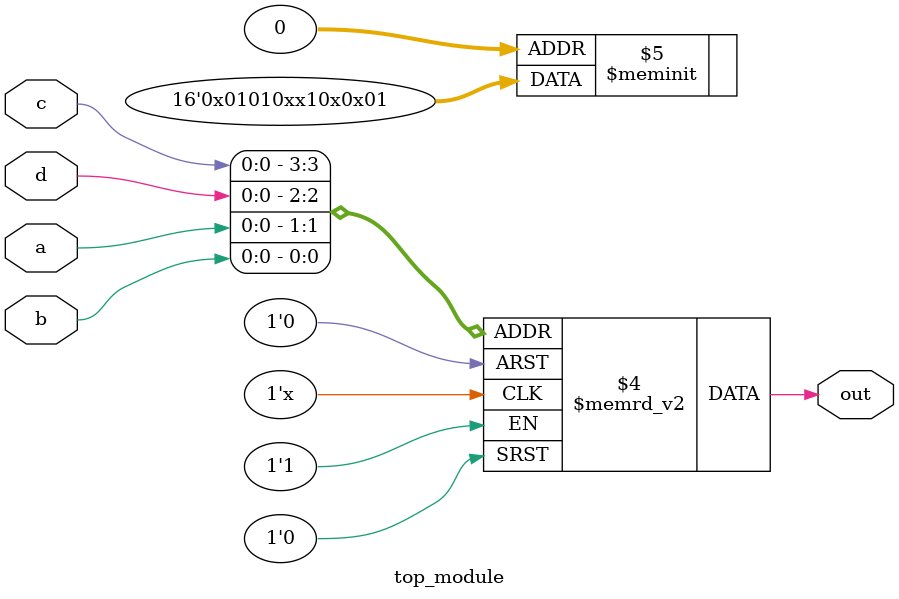
<source format=sv>
module top_module (
    input a,
    input b,
    input c,
    input d,
    output reg out
);

always @(*) begin
    case ({c, d, a, b})
        4'b0000, 4'b0110, 4'b1010, 4'b1100: out = 1'b1;
        4'b0001, 4'b0011, 4'b0101, 4'b1001, 4'b1011, 4'b1101, 4'b1111: out = 1'b0;
        default: out = 1'bx;
    endcase
end

endmodule

</source>
